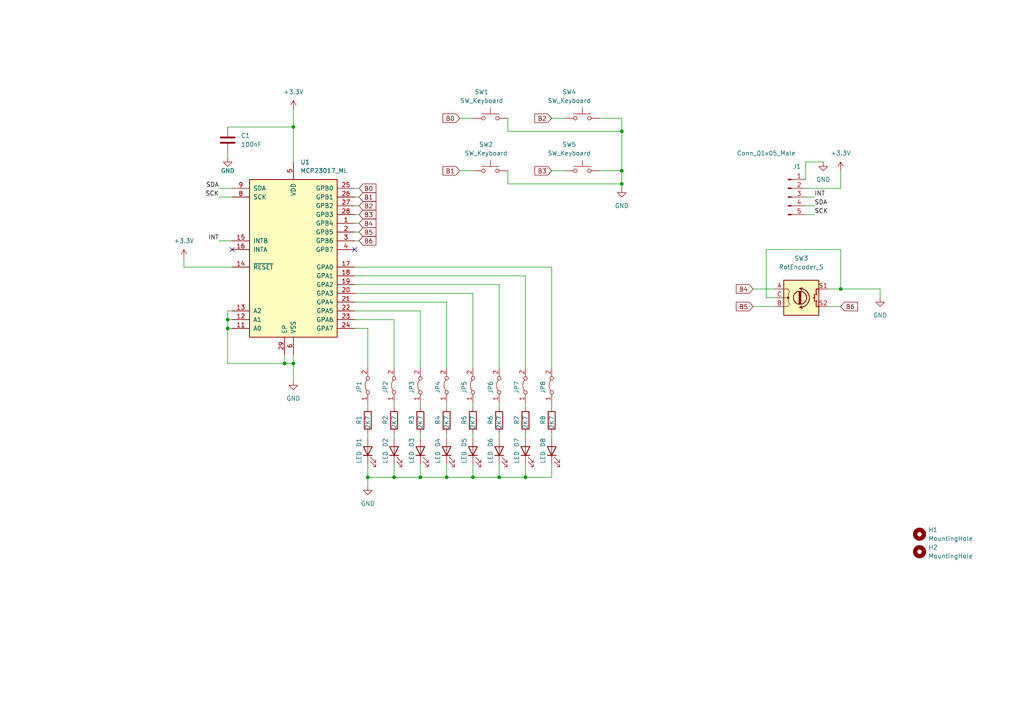
<source format=kicad_sch>
(kicad_sch (version 20211123) (generator eeschema)
  (paper "A4")
  (lib_symbols
    (symbol "Connector:Conn_01x05_Male" (pin_names (offset 1.016) hide)
      (property "Reference" "J" (at 0 7.62 0))
      (property "Value" "Conn_01x05_Male" (at 0 -7.62 0))
      (symbol "Conn_01x05_Male_1_1"
        (polyline (pts (xy 1.27 -5.08) (xy 0.8636 -5.08)) (stroke (width 0.1524)))
        (polyline (pts (xy 1.27 -2.54) (xy 0.8636 -2.54)) (stroke (width 0.1524)))
        (polyline (pts (xy 1.27 0) (xy 0.8636 0)) (stroke (width 0.1524)))
        (polyline (pts (xy 1.27 2.54) (xy 0.8636 2.54)) (stroke (width 0.1524)))
        (polyline (pts (xy 1.27 5.08) (xy 0.8636 5.08)) (stroke (width 0.1524)))
        (rectangle (start 0.8636 -4.953) (end 0 -5.207) (stroke (width 0.1524)) (fill (type outline)))
        (rectangle (start 0.8636 -2.413) (end 0 -2.667) (stroke (width 0.1524)) (fill (type outline)))
        (rectangle (start 0.8636 0.127) (end 0 -0.127) (stroke (width 0.1524)) (fill (type outline)))
        (rectangle (start 0.8636 2.667) (end 0 2.413) (stroke (width 0.1524)) (fill (type outline)))
        (rectangle (start 0.8636 5.207) (end 0 4.953) (stroke (width 0.1524)) (fill (type outline)))
        (pin passive line (at 5.08 5.08 180) (length 3.81) (name "Pin_1") (number "1"))
        (pin passive line (at 5.08 2.54 180) (length 3.81) (name "Pin_2") (number "2"))
        (pin passive line (at 5.08 0 180) (length 3.81) (name "Pin_3") (number "3"))
        (pin passive line (at 5.08 -2.54 180) (length 3.81) (name "Pin_4") (number "4"))
        (pin passive line (at 5.08 -5.08 180) (length 3.81) (name "Pin_5") (number "5"))
      )
    )
    (symbol "Device:C" (pin_numbers hide) (pin_names (offset 0.254))
      (property "Reference" "C" (at 0.635 2.54 0))
      (property "Value" "C" (at 0.635 -2.54 0))
      (symbol "C_0_1"
        (polyline (pts (xy -2.032 -0.762) (xy 2.032 -0.762)) (stroke (width 0.508)))
        (polyline (pts (xy -2.032 0.762) (xy 2.032 0.762)) (stroke (width 0.508)))
      )
      (symbol "C_1_1"
        (pin passive line (at 0 3.81 270) (length 2.794) (name "~") (number "1"))
        (pin passive line (at 0 -3.81 90) (length 2.794) (name "~") (number "2"))
      )
    )
    (symbol "Device:LED" (pin_numbers hide) (pin_names (offset 1.016) hide)
      (property "Reference" "D" (at 0 2.54 0))
      (property "Value" "LED" (at 0 -2.54 0))
      (symbol "LED_0_1"
        (polyline (pts (xy -1.27 -1.27) (xy -1.27 1.27)) (stroke (width 0.254)))
        (polyline (pts (xy -1.27 0) (xy 1.27 0)))
        (polyline (pts (xy 1.27 -1.27) (xy 1.27 1.27) (xy -1.27 0) (xy 1.27 -1.27)) (stroke (width 0.254)))
        (polyline (pts (xy -3.048 -0.762) (xy -4.572 -2.286) (xy -3.81 -2.286) (xy -4.572 -2.286) (xy -4.572 -1.524)))
        (polyline (pts (xy -1.778 -0.762) (xy -3.302 -2.286) (xy -2.54 -2.286) (xy -3.302 -2.286) (xy -3.302 -1.524)))
      )
      (symbol "LED_1_1"
        (pin passive line (at -3.81 0 0) (length 2.54) (name "K") (number "1"))
        (pin passive line (at 3.81 0 180) (length 2.54) (name "A") (number "2"))
      )
    )
    (symbol "Device:R" (pin_numbers hide) (pin_names (offset 0))
      (property "Reference" "R" (at 2.032 0 90))
      (property "Value" "R" (at 0 0 90))
      (symbol "R_0_1"
        (rectangle (start -1.016 -2.54) (end 1.016 2.54) (stroke (width 0.254)))
      )
      (symbol "R_1_1"
        (pin passive line (at 0 3.81 270) (length 1.27) (name "~") (number "1"))
        (pin passive line (at 0 -3.81 90) (length 1.27) (name "~") (number "2"))
      )
    )
    (symbol "Device:RotaryEncoder_Switch" (pin_names (offset 0.254) hide)
      (property "Reference" "SW" (at 0 6.604 0))
      (property "Value" "RotaryEncoder_Switch" (at 0 -6.604 0))
      (symbol "RotaryEncoder_Switch_0_1"
        (rectangle (start -5.08 5.08) (end 5.08 -5.08) (stroke (width 0.254)) (fill (type background)))
        (circle (center -3.81 0) (radius 0.254) (fill (type outline)))
        (arc (start -0.381 -2.794) (mid 2.3622 -0.0508) (end -0.381 2.667) (stroke (width 0.254)))
        (circle (center -0.381 0) (radius 1.905) (stroke (width 0.254)))
        (polyline (pts (xy -0.635 -1.778) (xy -0.635 1.778)) (stroke (width 0.254)))
        (polyline (pts (xy -0.381 -1.778) (xy -0.381 1.778)) (stroke (width 0.254)))
        (polyline (pts (xy -0.127 1.778) (xy -0.127 -1.778)) (stroke (width 0.254)))
        (polyline (pts (xy 3.81 0) (xy 3.429 0)) (stroke (width 0.254)))
        (polyline (pts (xy 3.81 1.016) (xy 3.81 -1.016)) (stroke (width 0.254)))
        (polyline (pts (xy -5.08 -2.54) (xy -3.81 -2.54) (xy -3.81 -2.032)))
        (polyline (pts (xy -5.08 2.54) (xy -3.81 2.54) (xy -3.81 2.032)))
        (polyline (pts (xy 0.254 -3.048) (xy -0.508 -2.794) (xy 0.127 -2.413)) (stroke (width 0.254)))
        (polyline (pts (xy 0.254 2.921) (xy -0.508 2.667) (xy 0.127 2.286)) (stroke (width 0.254)))
        (polyline (pts (xy 5.08 -2.54) (xy 4.318 -2.54) (xy 4.318 -1.016)) (stroke (width 0.254)))
        (polyline (pts (xy 5.08 2.54) (xy 4.318 2.54) (xy 4.318 1.016)) (stroke (width 0.254)))
        (polyline (pts (xy -5.08 0) (xy -3.81 0) (xy -3.81 -1.016) (xy -3.302 -2.032)))
        (polyline (pts (xy -4.318 0) (xy -3.81 0) (xy -3.81 1.016) (xy -3.302 2.032)))
        (circle (center 4.318 -1.016) (radius 0.127) (stroke (width 0.254)))
        (circle (center 4.318 1.016) (radius 0.127) (stroke (width 0.254)))
      )
      (symbol "RotaryEncoder_Switch_1_1"
        (pin passive line (at -7.62 2.54 0) (length 2.54) (name "A") (number "A"))
        (pin passive line (at -7.62 -2.54 0) (length 2.54) (name "B") (number "B"))
        (pin passive line (at -7.62 0 0) (length 2.54) (name "C") (number "C"))
        (pin passive line (at 7.62 2.54 180) (length 2.54) (name "S1") (number "S1"))
        (pin passive line (at 7.62 -2.54 180) (length 2.54) (name "S2") (number "S2"))
      )
    )
    (symbol "Interface_Expansion:MCP23017_ML" (pin_names (offset 1.016))
      (property "Reference" "U" (at -11.43 24.13 0))
      (property "Value" "MCP23017_ML" (at 0 0 0))
      (symbol "MCP23017_ML_0_1"
        (rectangle (start -12.7 22.86) (end 12.7 -22.86) (stroke (width 0.254)) (fill (type background)))
      )
      (symbol "MCP23017_ML_1_1"
        (pin bidirectional line (at 17.78 10.16 180) (length 5.08) (name "GPB4") (number "1"))
        (pin no_connect line (at -12.7 12.7 0) (length 5.08) hide (name "NC") (number "10"))
        (pin input line (at -17.78 -20.32 0) (length 5.08) (name "A0") (number "11"))
        (pin input line (at -17.78 -17.78 0) (length 5.08) (name "A1") (number "12"))
        (pin input line (at -17.78 -15.24 0) (length 5.08) (name "A2") (number "13"))
        (pin input line (at -17.78 -2.54 0) (length 5.08) (name "~{RESET}") (number "14"))
        (pin tri_state line (at -17.78 5.08 0) (length 5.08) (name "INTB") (number "15"))
        (pin tri_state line (at -17.78 2.54 0) (length 5.08) (name "INTA") (number "16"))
        (pin bidirectional line (at 17.78 -2.54 180) (length 5.08) (name "GPA0") (number "17"))
        (pin bidirectional line (at 17.78 -5.08 180) (length 5.08) (name "GPA1") (number "18"))
        (pin bidirectional line (at 17.78 -7.62 180) (length 5.08) (name "GPA2") (number "19"))
        (pin bidirectional line (at 17.78 7.62 180) (length 5.08) (name "GPB5") (number "2"))
        (pin bidirectional line (at 17.78 -10.16 180) (length 5.08) (name "GPA3") (number "20"))
        (pin bidirectional line (at 17.78 -12.7 180) (length 5.08) (name "GPA4") (number "21"))
        (pin bidirectional line (at 17.78 -15.24 180) (length 5.08) (name "GPA5") (number "22"))
        (pin bidirectional line (at 17.78 -17.78 180) (length 5.08) (name "GPA6") (number "23"))
        (pin bidirectional line (at 17.78 -20.32 180) (length 5.08) (name "GPA7") (number "24"))
        (pin bidirectional line (at 17.78 20.32 180) (length 5.08) (name "GPB0") (number "25"))
        (pin bidirectional line (at 17.78 17.78 180) (length 5.08) (name "GPB1") (number "26"))
        (pin bidirectional line (at 17.78 15.24 180) (length 5.08) (name "GPB2") (number "27"))
        (pin bidirectional line (at 17.78 12.7 180) (length 5.08) (name "GPB3") (number "28"))
        (pin passive line (at -2.54 -27.94 90) (length 5.08) (name "EP") (number "29"))
        (pin bidirectional line (at 17.78 5.08 180) (length 5.08) (name "GPB6") (number "3"))
        (pin bidirectional line (at 17.78 2.54 180) (length 5.08) (name "GPB7") (number "4"))
        (pin power_in line (at 0 27.94 270) (length 5.08) (name "VDD") (number "5"))
        (pin power_in line (at 0 -27.94 90) (length 5.08) (name "VSS") (number "6"))
        (pin no_connect line (at -12.7 15.24 0) (length 5.08) hide (name "NC") (number "7"))
        (pin input line (at -17.78 17.78 0) (length 5.08) (name "SCK") (number "8"))
        (pin bidirectional line (at -17.78 20.32 0) (length 5.08) (name "SDA") (number "9"))
      )
    )
    (symbol "Jumper:Jumper_2_Bridged" (pin_names (offset 0) hide)
      (property "Reference" "JP" (at 0 1.905 0))
      (property "Value" "Jumper_2_Bridged" (at 0 -2.54 0))
      (symbol "Jumper_2_Bridged_0_0"
        (circle (center -2.032 0) (radius 0.508))
        (circle (center 2.032 0) (radius 0.508))
      )
      (symbol "Jumper_2_Bridged_0_1"
        (arc (start 1.524 0.254) (mid 0 0.762) (end -1.524 0.254))
      )
      (symbol "Jumper_2_Bridged_1_1"
        (pin passive line (at -5.08 0 0) (length 2.54) (name "A") (number "1"))
        (pin passive line (at 5.08 0 180) (length 2.54) (name "B") (number "2"))
      )
    )
    (symbol "Mechanical:MountingHole" (pin_names (offset 1.016))
      (property "Reference" "H" (at 0 5.08 0))
      (property "Value" "MountingHole" (at 0 3.175 0))
      (symbol "MountingHole_0_1"
        (circle (center 0 0) (radius 1.27) (stroke (width 1.27)))
      )
    )
    (symbol "Switch:SW_Push" (pin_numbers hide) (pin_names (offset 1.016) hide)
      (property "Reference" "SW" (at 1.27 2.54 0))
      (property "Value" "SW_Push" (at 0 -1.524 0))
      (symbol "SW_Push_0_1"
        (circle (center -2.032 0) (radius 0.508))
        (polyline (pts (xy 0 1.27) (xy 0 3.048)))
        (polyline (pts (xy 2.54 1.27) (xy -2.54 1.27)))
        (circle (center 2.032 0) (radius 0.508))
        (pin passive line (at -5.08 0 0) (length 2.54) (name "1") (number "1"))
        (pin passive line (at 5.08 0 180) (length 2.54) (name "2") (number "2"))
      )
    )
    (symbol "power:+3.3V" (power) (pin_names (offset 0))
      (property "Value" "+3.3V" (at 0 3.556 0))
      (symbol "+3.3V_0_1"
        (polyline (pts (xy -0.762 1.27) (xy 0 2.54)))
        (polyline (pts (xy 0 0) (xy 0 2.54)))
        (polyline (pts (xy 0 2.54) (xy 0.762 1.27)))
      )
      (symbol "+3.3V_1_1"
        (pin power_in line (at 0 0 90) (length 0) hide (name "+3.3V") (number "1"))
      )
    )
    (symbol "power:GND" (power) (pin_names (offset 0))
      (property "Value" "GND" (at 0 -3.81 0))
      (symbol "GND_0_1"
        (polyline (pts (xy 0 0) (xy 0 -1.27) (xy 1.27 -1.27) (xy 0 -2.54) (xy -1.27 -1.27) (xy 0 -1.27)))
      )
      (symbol "GND_1_1"
        (pin power_in line (at 0 0 270) (length 0) hide (name "GND") (number "1"))
      )
    )
  )
  (junction (at 137.16 138.43))
  (junction (at 121.92 138.43))
  (junction (at 82.55 105.41))
  (junction (at 85.09 36.83))
  (junction (at 243.84 83.82))
  (junction (at 66.04 92.71))
  (junction (at 180.34 53.34))
  (junction (at 180.34 49.53))
  (junction (at 180.34 38.1))
  (junction (at 144.78 138.43))
  (junction (at 85.09 105.41))
  (junction (at 152.4 138.43))
  (junction (at 106.68 138.43))
  (junction (at 66.04 95.25))
  (junction (at 129.54 138.43))
  (junction (at 114.3 138.43))
  (no_connect (at 67.31 72.39))
  (no_connect (at 102.87 72.39))
  (wire (pts (xy 180.34 53.34) (xy 180.34 49.53)))
  (wire (pts (xy 233.68 59.69) (xy 236.22 59.69)))
  (wire (pts (xy 85.09 102.87) (xy 85.09 105.41)))
  (wire (pts (xy 147.32 53.34) (xy 147.32 49.53)))
  (wire (pts (xy 152.4 80.01) (xy 152.4 106.68)))
  (wire (pts (xy 243.84 72.39) (xy 243.84 83.82)))
  (wire (pts (xy 121.92 116.84) (xy 121.92 118.11)))
  (wire (pts (xy 63.5 54.61) (xy 67.31 54.61)))
  (wire (pts (xy 243.84 83.82) (xy 255.27 83.82)))
  (wire (pts (xy 102.87 54.61) (xy 104.14 54.61)))
  (wire (pts (xy 106.68 134.62) (xy 106.68 138.43)))
  (wire (pts (xy 85.09 105.41) (xy 85.09 110.49)))
  (wire (pts (xy 102.87 82.55) (xy 144.78 82.55)))
  (wire (pts (xy 243.84 49.53) (xy 243.84 54.61)))
  (wire (pts (xy 180.34 38.1) (xy 180.34 34.29)))
  (wire (pts (xy 137.16 138.43) (xy 129.54 138.43)))
  (wire (pts (xy 85.09 31.75) (xy 85.09 36.83)))
  (wire (pts (xy 129.54 116.84) (xy 129.54 118.11)))
  (wire (pts (xy 218.44 83.82) (xy 224.79 83.82)))
  (wire (pts (xy 114.3 138.43) (xy 106.68 138.43)))
  (wire (pts (xy 102.87 90.17) (xy 121.92 90.17)))
  (wire (pts (xy 218.44 88.9) (xy 224.79 88.9)))
  (wire (pts (xy 114.3 134.62) (xy 114.3 138.43)))
  (wire (pts (xy 137.16 134.62) (xy 137.16 138.43)))
  (wire (pts (xy 160.02 77.47) (xy 160.02 106.68)))
  (wire (pts (xy 121.92 134.62) (xy 121.92 138.43)))
  (wire (pts (xy 82.55 102.87) (xy 82.55 105.41)))
  (wire (pts (xy 66.04 90.17) (xy 66.04 92.71)))
  (wire (pts (xy 152.4 116.84) (xy 152.4 118.11)))
  (wire (pts (xy 121.92 138.43) (xy 114.3 138.43)))
  (wire (pts (xy 53.34 77.47) (xy 67.31 77.47)))
  (wire (pts (xy 233.68 52.07) (xy 233.68 46.99)))
  (wire (pts (xy 63.5 57.15) (xy 67.31 57.15)))
  (wire (pts (xy 180.34 53.34) (xy 180.34 54.61)))
  (wire (pts (xy 129.54 134.62) (xy 129.54 138.43)))
  (wire (pts (xy 114.3 116.84) (xy 114.3 118.11)))
  (wire (pts (xy 106.68 116.84) (xy 106.68 118.11)))
  (wire (pts (xy 144.78 138.43) (xy 137.16 138.43)))
  (wire (pts (xy 144.78 134.62) (xy 144.78 138.43)))
  (wire (pts (xy 144.78 116.84) (xy 144.78 118.11)))
  (wire (pts (xy 144.78 138.43) (xy 152.4 138.43)))
  (wire (pts (xy 180.34 34.29) (xy 173.99 34.29)))
  (wire (pts (xy 102.87 92.71) (xy 114.3 92.71)))
  (wire (pts (xy 66.04 105.41) (xy 82.55 105.41)))
  (wire (pts (xy 144.78 82.55) (xy 144.78 106.68)))
  (wire (pts (xy 152.4 134.62) (xy 152.4 138.43)))
  (wire (pts (xy 114.3 92.71) (xy 114.3 106.68)))
  (wire (pts (xy 152.4 125.73) (xy 152.4 127)))
  (wire (pts (xy 66.04 90.17) (xy 67.31 90.17)))
  (wire (pts (xy 53.34 74.93) (xy 53.34 77.47)))
  (wire (pts (xy 63.5 69.85) (xy 67.31 69.85)))
  (wire (pts (xy 85.09 36.83) (xy 85.09 46.99)))
  (wire (pts (xy 180.34 38.1) (xy 180.34 49.53)))
  (wire (pts (xy 180.34 49.53) (xy 173.99 49.53)))
  (wire (pts (xy 137.16 116.84) (xy 137.16 118.11)))
  (wire (pts (xy 222.25 72.39) (xy 222.25 86.36)))
  (wire (pts (xy 66.04 95.25) (xy 67.31 95.25)))
  (wire (pts (xy 233.68 62.23) (xy 236.22 62.23)))
  (wire (pts (xy 133.35 49.53) (xy 137.16 49.53)))
  (wire (pts (xy 102.87 69.85) (xy 104.14 69.85)))
  (wire (pts (xy 133.35 34.29) (xy 137.16 34.29)))
  (wire (pts (xy 255.27 83.82) (xy 255.27 86.36)))
  (wire (pts (xy 224.79 86.36) (xy 222.25 86.36)))
  (wire (pts (xy 66.04 95.25) (xy 66.04 105.41)))
  (wire (pts (xy 66.04 36.83) (xy 85.09 36.83)))
  (wire (pts (xy 233.68 57.15) (xy 236.22 57.15)))
  (wire (pts (xy 66.04 92.71) (xy 66.04 95.25)))
  (wire (pts (xy 102.87 80.01) (xy 152.4 80.01)))
  (wire (pts (xy 240.03 83.82) (xy 243.84 83.82)))
  (wire (pts (xy 144.78 125.73) (xy 144.78 127)))
  (wire (pts (xy 66.04 44.45) (xy 66.04 45.72)))
  (wire (pts (xy 102.87 67.31) (xy 104.14 67.31)))
  (wire (pts (xy 106.68 125.73) (xy 106.68 127)))
  (wire (pts (xy 102.87 77.47) (xy 160.02 77.47)))
  (wire (pts (xy 102.87 64.77) (xy 104.14 64.77)))
  (wire (pts (xy 129.54 87.63) (xy 129.54 106.68)))
  (wire (pts (xy 106.68 138.43) (xy 106.68 140.97)))
  (wire (pts (xy 240.03 88.9) (xy 243.84 88.9)))
  (wire (pts (xy 102.87 57.15) (xy 104.14 57.15)))
  (wire (pts (xy 160.02 116.84) (xy 160.02 118.11)))
  (wire (pts (xy 129.54 125.73) (xy 129.54 127)))
  (wire (pts (xy 160.02 138.43) (xy 152.4 138.43)))
  (wire (pts (xy 137.16 85.09) (xy 137.16 106.68)))
  (wire (pts (xy 137.16 125.73) (xy 137.16 127)))
  (wire (pts (xy 160.02 125.73) (xy 160.02 127)))
  (wire (pts (xy 121.92 125.73) (xy 121.92 127)))
  (wire (pts (xy 106.68 95.25) (xy 106.68 106.68)))
  (wire (pts (xy 102.87 87.63) (xy 129.54 87.63)))
  (wire (pts (xy 243.84 72.39) (xy 222.25 72.39)))
  (wire (pts (xy 160.02 134.62) (xy 160.02 138.43)))
  (wire (pts (xy 160.02 49.53) (xy 163.83 49.53)))
  (wire (pts (xy 102.87 59.69) (xy 104.14 59.69)))
  (wire (pts (xy 180.34 53.34) (xy 147.32 53.34)))
  (wire (pts (xy 66.04 92.71) (xy 67.31 92.71)))
  (wire (pts (xy 102.87 85.09) (xy 137.16 85.09)))
  (wire (pts (xy 233.68 54.61) (xy 243.84 54.61)))
  (wire (pts (xy 102.87 62.23) (xy 104.14 62.23)))
  (wire (pts (xy 82.55 105.41) (xy 85.09 105.41)))
  (wire (pts (xy 160.02 34.29) (xy 163.83 34.29)))
  (wire (pts (xy 233.68 46.99) (xy 238.76 46.99)))
  (wire (pts (xy 121.92 138.43) (xy 129.54 138.43)))
  (wire (pts (xy 121.92 90.17) (xy 121.92 106.68)))
  (wire (pts (xy 114.3 125.73) (xy 114.3 127)))
  (wire (pts (xy 180.34 38.1) (xy 147.32 38.1)))
  (wire (pts (xy 147.32 38.1) (xy 147.32 34.29)))
  (wire (pts (xy 102.87 95.25) (xy 106.68 95.25)))
  (text "https://blog.semtech.com/esd-protection-of-usb-2.0-interfaces\n\nhttps://files.seeedstudio.com/wiki/XIAO-RP2040/res/Seeed-Studio-XIAO-RP2040-v1.3.pdf" (at -21.59 -12.7 0) (effects (font (size 1.27 1.27)) (justify left bottom)))
  (text "connect to ground with resistor\n\nhttps://www.reddit.com/r/PrintedCircuitBoard/comments/18tr602/review_request_rp2040_breakout_board/#lightbox\nhttps://www.synopsys.com/designware-ip/technical-bulletin/converting-existing-designs.html" (at -20.32 -22.86 0) (effects (font (size 1.27 1.27)) (justify left bottom)))
  (label "INT" (at 63.5 69.85 180))
  (label "SDA" (at 236.22 59.69 0))
  (label "SDA" (at 63.5 54.61 180))
  (label "SCK" (at 236.22 62.23 0))
  (label "INT" (at 236.22 57.15 0))
  (label "SCK" (at 63.5 57.15 180))
  (global_label "B4" (shape input) (at 104.14 64.77 0) (property "Intersheet References" "${INTERSHEET_REFS}" (effects hide)))
  (global_label "B4" (shape input) (at 218.44 83.82 180) (property "Intersheet References" "${INTERSHEET_REFS}" (effects hide)))
  (global_label "B6" (shape input) (at 104.14 69.85 0) (property "Intersheet References" "${INTERSHEET_REFS}" (effects hide)))
  (global_label "B5" (shape input) (at 104.14 67.31 0) (property "Intersheet References" "${INTERSHEET_REFS}" (effects hide)))
  (global_label "B3" (shape input) (at 104.14 62.23 0) (property "Intersheet References" "${INTERSHEET_REFS}" (effects hide)))
  (global_label "B0" (shape input) (at 104.14 54.61 0) (property "Intersheet References" "${INTERSHEET_REFS}" (effects hide)))
  (global_label "B6" (shape input) (at 243.84 88.9 0) (property "Intersheet References" "${INTERSHEET_REFS}" (effects hide)))
  (global_label "B2" (shape input) (at 160.02 34.29 180) (property "Intersheet References" "${INTERSHEET_REFS}" (effects hide)))
  (global_label "B5" (shape input) (at 218.44 88.9 180) (property "Intersheet References" "${INTERSHEET_REFS}" (effects hide)))
  (global_label "B2" (shape input) (at 104.14 59.69 0) (property "Intersheet References" "${INTERSHEET_REFS}" (effects hide)))
  (global_label "B3" (shape input) (at 160.02 49.53 180) (property "Intersheet References" "${INTERSHEET_REFS}" (effects hide)))
  (global_label "B1" (shape input) (at 133.35 49.53 180) (property "Intersheet References" "${INTERSHEET_REFS}" (effects hide)))
  (global_label "B1" (shape input) (at 104.14 57.15 0) (property "Intersheet References" "${INTERSHEET_REFS}" (effects hide)))
  (global_label "B0" (shape input) (at 133.35 34.29 180) (property "Intersheet References" "${INTERSHEET_REFS}" (effects hide)))
  (symbol (lib_id "Switch:SW_Push") (at 142.24 49.53 0) (unit 1)
    (property "Reference" "SW2" (at 140.97 41.91 0))
    (property "Value" "SW_Keyboard" (at 140.97 44.45 0))
    (property "Footprint" "Button_Switch_Keyboard:SW_Cherry_MX_1.00u_PCB" (effects hide))
  )
  (symbol (lib_id "Switch:SW_Push") (at 168.91 49.53 0) (unit 1)
    (property "Reference" "SW5" (at 165.1 41.91 0))
    (property "Value" "SW_Keyboard" (at 165.1 44.45 0))
    (property "Footprint" "Button_Switch_Keyboard:SW_Cherry_MX_1.00u_PCB" (effects hide))
  )
  (symbol (lib_id "Device:R") (at 152.4 121.92 0) (unit 1)
    (property "Reference" "R7" (at 149.86 123.19 90) (effects (justify left)))
    (property "Value" "2K7" (at 152.4 124.46 90) (effects (justify left)))
    (property "Footprint" "Resistor_SMD:R_0603_1608Metric" (effects hide))
    (property "Vendor" "C13167" (effects hide))
  )
  (symbol (lib_id "power:GND") (at 85.09 110.49 0) (unit 1)
    (property "Reference" "#PWR04" (effects hide))
    (property "Value" "GND" (at 85.09 115.57 0))
  )
  (symbol (lib_id "Device:LED") (at 152.4 130.81 90) (unit 1)
    (property "Reference" "D7" (at 149.86 127 0) (effects (justify right)))
    (property "Value" "LED" (at 149.86 130.81 0) (effects (justify right)))
    (property "Footprint" "LED_SMD:LED_0805_2012Metric" (effects hide))
    (property "Vendor" "C2297" (effects hide))
  )
  (symbol (lib_id "Jumper:Jumper_2_Bridged") (at 144.78 111.76 90) (unit 1)
    (property "Reference" "JP6" (at 142.24 110.49 0) (effects (justify right)))
    (property "Value" "Jumper_2_Bridged" (effects hide))
    (property "Footprint" "Jumper:SolderJumper-2_P1.3mm_Bridged_RoundedPad1.0x1.5mm" (effects hide))
  )
  (symbol (lib_id "power:GND") (at 180.34 54.61 0) (unit 1)
    (property "Reference" "#PWR06" (effects hide))
    (property "Value" "GND" (at 180.34 59.69 0))
  )
  (symbol (lib_id "Device:LED") (at 137.16 130.81 90) (unit 1)
    (property "Reference" "D5" (at 134.62 127 0) (effects (justify right)))
    (property "Value" "LED" (at 134.62 130.81 0) (effects (justify right)))
    (property "Footprint" "LED_SMD:LED_0805_2012Metric" (effects hide))
    (property "Vendor" "C2297" (effects hide))
  )
  (symbol (lib_id "Interface_Expansion:MCP23017_ML") (at 85.09 74.93 0) (unit 1)
    (property "Reference" "U1" (at 87.1094 46.99 0) (effects (justify left)))
    (property "Value" "MCP23017_ML" (at 87.1094 49.53 0) (effects (justify left)))
    (property "Footprint" "Package_DFN_QFN:QFN-28-1EP_6x6mm_P0.65mm_EP4.25x4.25mm" (effects hide))
    (property "Datasheet" "http://ww1.microchip.com/downloads/en/DeviceDoc/20001952C.pdf" (effects hide))
    (property "Vendor" "C629439" (effects hide))
  )
  (symbol (lib_id "power:+3.3V") (at 243.84 49.53 0) (unit 1)
    (property "Reference" "#PWR08" (effects hide))
    (property "Value" "+3.3V" (at 243.84 44.45 0))
  )
  (symbol (lib_id "Device:LED") (at 160.02 130.81 90) (unit 1)
    (property "Reference" "D8" (at 157.48 127 0) (effects (justify right)))
    (property "Value" "LED" (at 157.48 130.81 0) (effects (justify right)))
    (property "Footprint" "LED_SMD:LED_0805_2012Metric" (effects hide))
    (property "Vendor" "C2297" (effects hide))
  )
  (symbol (lib_id "Switch:SW_Push") (at 142.24 34.29 0) (unit 1)
    (property "Reference" "SW1" (at 139.7 26.67 0))
    (property "Value" "SW_Keyboard" (at 139.7 29.21 0))
    (property "Footprint" "Button_Switch_Keyboard:SW_Cherry_MX_1.00u_PCB" (effects hide))
  )
  (symbol (lib_id "power:GND") (at 106.68 140.97 0) (unit 1)
    (property "Reference" "#PWR09" (effects hide))
    (property "Value" "GND" (at 106.68 146.05 0))
  )
  (symbol (lib_id "power:GND") (at 238.76 46.99 0) (unit 1)
    (property "Reference" "#PWR07" (effects hide))
    (property "Value" "GND" (at 238.76 52.07 0))
  )
  (symbol (lib_id "Switch:SW_Push") (at 168.91 34.29 0) (unit 1)
    (property "Reference" "SW4" (at 165.1 26.67 0))
    (property "Value" "SW_Keyboard" (at 165.1 29.21 0))
    (property "Footprint" "Button_Switch_Keyboard:SW_Cherry_MX_1.00u_PCB" (effects hide))
  )
  (symbol (lib_id "Device:R") (at 160.02 121.92 0) (unit 1)
    (property "Reference" "R8" (at 157.48 123.19 90) (effects (justify left)))
    (property "Value" "2K7" (at 160.02 124.46 90) (effects (justify left)))
    (property "Footprint" "Resistor_SMD:R_0603_1608Metric" (effects hide))
    (property "Vendor" "C13167" (effects hide))
  )
  (symbol (lib_id "power:GND") (at 66.04 45.72 0) (unit 1)
    (property "Reference" "#PWR02" (effects hide))
    (property "Value" "GND" (at 66.04 49.53 0))
  )
  (symbol (lib_id "Device:LED") (at 106.68 130.81 90) (unit 1)
    (property "Reference" "D1" (at 104.14 127 0) (effects (justify right)))
    (property "Value" "LED" (at 104.14 130.81 0) (effects (justify right)))
    (property "Footprint" "LED_SMD:LED_0805_2012Metric" (effects hide))
    (property "Vendor" "C2297" (effects hide))
  )
  (symbol (lib_id "Device:R") (at 144.78 121.92 0) (unit 1)
    (property "Reference" "R6" (at 142.24 123.19 90) (effects (justify left)))
    (property "Value" "2K7" (at 144.78 124.46 90) (effects (justify left)))
    (property "Footprint" "Resistor_SMD:R_0603_1608Metric" (effects hide))
    (property "Vendor" "C13167" (effects hide))
  )
  (symbol (lib_id "Jumper:Jumper_2_Bridged") (at 121.92 111.76 90) (unit 1)
    (property "Reference" "JP3" (at 119.38 110.49 0) (effects (justify right)))
    (property "Value" "Jumper_2_Bridged" (effects hide))
    (property "Footprint" "Jumper:SolderJumper-2_P1.3mm_Bridged_RoundedPad1.0x1.5mm" (effects hide))
  )
  (symbol (lib_id "Jumper:Jumper_2_Bridged") (at 160.02 111.76 90) (unit 1)
    (property "Reference" "JP8" (at 157.48 110.49 0) (effects (justify right)))
    (property "Value" "Jumper_2_Bridged" (effects hide))
    (property "Footprint" "Jumper:SolderJumper-2_P1.3mm_Bridged_RoundedPad1.0x1.5mm" (effects hide))
  )
  (symbol (lib_id "power:+3.3V") (at 85.09 31.75 0) (unit 1)
    (property "Reference" "#PWR03" (effects hide))
    (property "Value" "+3.3V" (at 85.09 26.67 0))
  )
  (symbol (lib_id "Jumper:Jumper_2_Bridged") (at 152.4 111.76 90) (unit 1)
    (property "Reference" "JP7" (at 149.86 110.49 0) (effects (justify right)))
    (property "Value" "Jumper_2_Bridged" (effects hide))
    (property "Footprint" "Jumper:SolderJumper-2_P1.3mm_Bridged_RoundedPad1.0x1.5mm" (effects hide))
  )
  (symbol (lib_id "Device:R") (at 114.3 121.92 0) (unit 1)
    (property "Reference" "R2" (at 111.76 123.19 90) (effects (justify left)))
    (property "Value" "2K7" (at 114.3 124.46 90) (effects (justify left)))
    (property "Footprint" "Resistor_SMD:R_0603_1608Metric" (effects hide))
    (property "Vendor" "C13167" (effects hide))
  )
  (symbol (lib_id "Jumper:Jumper_2_Bridged") (at 106.68 111.76 90) (unit 1)
    (property "Reference" "JP1" (at 104.14 110.49 0) (effects (justify right)))
    (property "Value" "Jumper_2_Bridged" (effects hide))
    (property "Footprint" "Jumper:SolderJumper-2_P1.3mm_Bridged_RoundedPad1.0x1.5mm" (effects hide))
  )
  (symbol (lib_id "power:GND") (at 255.27 86.36 0) (unit 1)
    (property "Reference" "#PWR05" (effects hide))
    (property "Value" "GND" (at 255.27 91.44 0))
  )
  (symbol (lib_id "power:+3.3V") (at 53.34 74.93 0) (unit 1)
    (property "Reference" "#PWR01" (effects hide))
    (property "Value" "+3.3V" (at 53.34 69.85 0))
  )
  (symbol (lib_id "Device:LED") (at 129.54 130.81 90) (unit 1)
    (property "Reference" "D4" (at 127 127 0) (effects (justify right)))
    (property "Value" "LED" (at 127 130.81 0) (effects (justify right)))
    (property "Footprint" "LED_SMD:LED_0805_2012Metric" (effects hide))
    (property "Vendor" "C2297" (effects hide))
  )
  (symbol (lib_id "Device:RotaryEncoder_Switch") (at 232.41 86.36 0) (unit 1)
    (property "Reference" "SW3" (at 232.41 74.93 0))
    (property "Value" "RotEncoder_S" (at 232.41 77.47 0))
    (property "Footprint" "Rotary_Encoder:RotaryEncoder_Bourns_Vertical_PEC12R-3xxxF-Sxxxx" (effects hide))
  )
  (symbol (lib_id "Mechanical:MountingHole") (at 266.7 160.02 0) (unit 1)
    (property "Reference" "H2" (at 269.24 158.7499 0) (effects (justify left)))
    (property "Value" "MountingHole" (at 269.24 161.2899 0) (effects (justify left)))
    (property "Footprint" "MountingHole:MountingHole_3.2mm_M3_DIN965_Pad" (effects hide))
  )
  (symbol (lib_id "Device:R") (at 137.16 121.92 0) (unit 1)
    (property "Reference" "R5" (at 134.62 123.19 90) (effects (justify left)))
    (property "Value" "2K7" (at 137.16 124.46 90) (effects (justify left)))
    (property "Footprint" "Resistor_SMD:R_0603_1608Metric" (effects hide))
    (property "Vendor" "C13167" (effects hide))
  )
  (symbol (lib_id "Device:LED") (at 144.78 130.81 90) (unit 1)
    (property "Reference" "D6" (at 142.24 127 0) (effects (justify right)))
    (property "Value" "LED" (at 142.24 130.81 0) (effects (justify right)))
    (property "Footprint" "LED_SMD:LED_0805_2012Metric" (effects hide))
    (property "Vendor" "C2297" (effects hide))
  )
  (symbol (lib_id "Jumper:Jumper_2_Bridged") (at 137.16 111.76 90) (unit 1)
    (property "Reference" "JP5" (at 134.62 110.49 0) (effects (justify right)))
    (property "Value" "Jumper_2_Bridged" (effects hide))
    (property "Footprint" "Jumper:SolderJumper-2_P1.3mm_Bridged_RoundedPad1.0x1.5mm" (effects hide))
  )
  (symbol (lib_id "Mechanical:MountingHole") (at 266.7 154.94 0) (unit 1)
    (property "Reference" "H1" (at 269.24 153.6699 0) (effects (justify left)))
    (property "Value" "MountingHole" (at 269.24 156.2099 0) (effects (justify left)))
    (property "Footprint" "MountingHole:MountingHole_3.2mm_M3_DIN965_Pad" (effects hide))
  )
  (symbol (lib_id "Device:R") (at 129.54 121.92 0) (unit 1)
    (property "Reference" "R4" (at 127 123.19 90) (effects (justify left)))
    (property "Value" "2K7" (at 129.54 124.46 90) (effects (justify left)))
    (property "Footprint" "Resistor_SMD:R_0603_1608Metric" (effects hide))
    (property "Vendor" "C13167" (effects hide))
  )
  (symbol (lib_id "Device:R") (at 106.68 121.92 0) (unit 1)
    (property "Reference" "R1" (at 104.14 123.19 90) (effects (justify left)))
    (property "Value" "2K7" (at 106.68 124.46 90) (effects (justify left)))
    (property "Footprint" "Resistor_SMD:R_0603_1608Metric" (effects hide))
    (property "Vendor" "C13167" (effects hide))
  )
  (symbol (lib_id "Device:LED") (at 114.3 130.81 90) (unit 1)
    (property "Reference" "D2" (at 111.76 127 0) (effects (justify right)))
    (property "Value" "LED" (at 111.76 130.81 0) (effects (justify right)))
    (property "Footprint" "LED_SMD:LED_0805_2012Metric" (effects hide))
    (property "Vendor" "C2297" (effects hide))
  )
  (symbol (lib_id "Jumper:Jumper_2_Bridged") (at 114.3 111.76 90) (unit 1)
    (property "Reference" "JP2" (at 111.76 110.49 0) (effects (justify right)))
    (property "Value" "Jumper_2_Bridged" (effects hide))
    (property "Footprint" "Jumper:SolderJumper-2_P1.3mm_Bridged_RoundedPad1.0x1.5mm" (effects hide))
  )
  (symbol (lib_id "Device:LED") (at 121.92 130.81 90) (unit 1)
    (property "Reference" "D3" (at 119.38 127 0) (effects (justify right)))
    (property "Value" "LED" (at 119.38 130.81 0) (effects (justify right)))
    (property "Footprint" "LED_SMD:LED_0805_2012Metric" (effects hide))
    (property "Vendor" "C2297" (effects hide))
  )
  (symbol (lib_id "Device:R") (at 121.92 121.92 0) (unit 1)
    (property "Reference" "R3" (at 119.38 123.19 90) (effects (justify left)))
    (property "Value" "2K7" (at 121.92 124.46 90) (effects (justify left)))
    (property "Footprint" "Resistor_SMD:R_0603_1608Metric" (effects hide))
    (property "Vendor" "C13167" (effects hide))
  )
  (symbol (lib_id "Jumper:Jumper_2_Bridged") (at 129.54 111.76 90) (unit 1)
    (property "Reference" "JP4" (at 127 110.49 0) (effects (justify right)))
    (property "Value" "Jumper_2_Bridged" (effects hide))
    (property "Footprint" "Jumper:SolderJumper-2_P1.3mm_Bridged_RoundedPad1.0x1.5mm" (effects hide))
  )
  (symbol (lib_id "Device:C") (at 66.04 40.64 0) (unit 1)
    (property "Reference" "C1" (at 69.85 39.3699 0) (effects (justify left)))
    (property "Value" "100nF" (at 69.85 41.9099 0) (effects (justify left)))
    (property "Footprint" "Capacitor_SMD:C_0402_1005Metric" (effects hide))
    (property "Vendor" "C307331" (effects hide))
  )
  (symbol (lib_id "Connector:Conn_01x05_Male") (at 228.6 57.15 0) (unit 1)
    (property "Reference" "J1" (at 231.14 48.26 0))
    (property "Value" "Conn_01x05_Male" (at 222.25 44.45 0))
    (property "Footprint" "Connector_JST:JST_PH_B5B-PH-SM4-TB_1x05-1MP_P2.00mm_Vertical" (effects hide))
    (property "Vendor" "C265085" (effects hide))
  )
)
</source>
